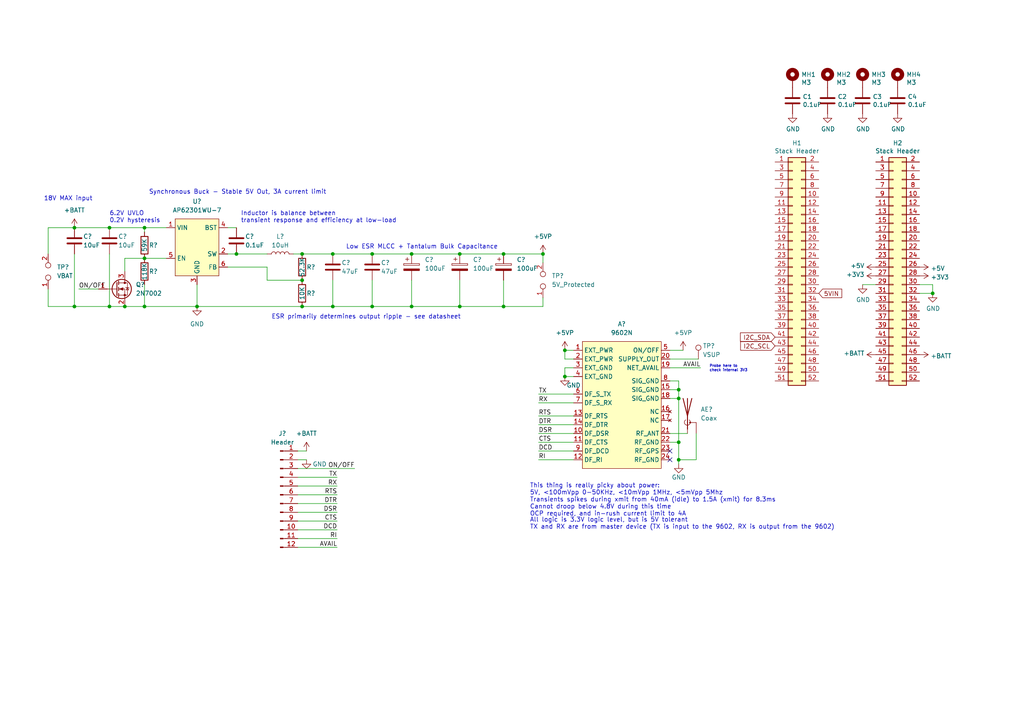
<source format=kicad_sch>
(kicad_sch (version 20211123) (generator eeschema)
  (paper "A4")
  (lib_symbols
    (symbol "9602N:9602N"
      (property "Reference" "A" (at 0 0 0))
      (property "Value" "9602N" (at 0 2.54 0))
      (symbol "9602N_0_1"
        (rectangle (start -11.43 -1.27) (end 11.43 -38.1) (fill (type background)))
      )
      (symbol "9602N_1_1"
        (pin input line (at -13.97 -3.81 0) (length 2.54) (name "EXT_PWR") (number "1"))
        (pin input line (at -13.97 -27.94 0) (length 2.54) (name "DF_DSR") (number "10"))
        (pin input line (at -13.97 -30.48 0) (length 2.54) (name "DF_CTS") (number "11"))
        (pin input line (at -13.97 -35.56 0) (length 2.54) (name "DF_RI") (number "12"))
        (pin input line (at -13.97 -22.86 0) (length 2.54) (name "DF_RTS") (number "13"))
        (pin input line (at -13.97 -25.4 0) (length 2.54) (name "DF_DTR") (number "14"))
        (pin input line (at 13.97 -15.24 180) (length 2.54) (name "SIG_GND") (number "15"))
        (pin no_connect line (at 13.97 -21.59 180) (length 2.54) (name "NC") (number "16"))
        (pin no_connect line (at 13.97 -24.13 180) (length 2.54) (name "NC") (number "17"))
        (pin input line (at 13.97 -17.78 180) (length 2.54) (name "SIG_GND") (number "18"))
        (pin input line (at 13.97 -8.89 180) (length 2.54) (name "NET_AVAIL") (number "19"))
        (pin input line (at -13.97 -6.35 0) (length 2.54) (name "EXT_PWR") (number "2"))
        (pin input line (at 13.97 -6.35 180) (length 2.54) (name "SUPPLY_OUT") (number "20"))
        (pin input line (at 13.97 -27.94 180) (length 2.54) (name "RF_ANT") (number "21"))
        (pin input line (at 13.97 -30.48 180) (length 2.54) (name "RF_GND") (number "22"))
        (pin input line (at 13.97 -33.02 180) (length 2.54) (name "RF_GPS") (number "23"))
        (pin input line (at 13.97 -35.56 180) (length 2.54) (name "RF_GND") (number "24"))
        (pin input line (at -13.97 -8.89 0) (length 2.54) (name "EXT_GND") (number "3"))
        (pin input line (at -13.97 -11.43 0) (length 2.54) (name "EXT_GND") (number "4"))
        (pin input line (at 13.97 -3.81 180) (length 2.54) (name "ON/OFF") (number "5"))
        (pin input line (at -13.97 -16.51 0) (length 2.54) (name "DF_S_TX") (number "6"))
        (pin input line (at -13.97 -19.05 0) (length 2.54) (name "DF_S_RX") (number "7"))
        (pin input line (at 13.97 -12.7 180) (length 2.54) (name "SIG_GND") (number "8"))
        (pin input line (at -13.97 -33.02 0) (length 2.54) (name "DF_DCD") (number "9"))
      )
    )
    (symbol "Connector:Conn_01x12_Male" (pin_names (offset 1.016) hide)
      (property "Reference" "J" (at 0 15.24 0))
      (property "Value" "Conn_01x12_Male" (at 0 -17.78 0))
      (symbol "Conn_01x12_Male_1_1"
        (polyline (pts (xy 1.27 -15.24) (xy 0.8636 -15.24)) (stroke (width 0.1524)))
        (polyline (pts (xy 1.27 -12.7) (xy 0.8636 -12.7)) (stroke (width 0.1524)))
        (polyline (pts (xy 1.27 -10.16) (xy 0.8636 -10.16)) (stroke (width 0.1524)))
        (polyline (pts (xy 1.27 -7.62) (xy 0.8636 -7.62)) (stroke (width 0.1524)))
        (polyline (pts (xy 1.27 -5.08) (xy 0.8636 -5.08)) (stroke (width 0.1524)))
        (polyline (pts (xy 1.27 -2.54) (xy 0.8636 -2.54)) (stroke (width 0.1524)))
        (polyline (pts (xy 1.27 0) (xy 0.8636 0)) (stroke (width 0.1524)))
        (polyline (pts (xy 1.27 2.54) (xy 0.8636 2.54)) (stroke (width 0.1524)))
        (polyline (pts (xy 1.27 5.08) (xy 0.8636 5.08)) (stroke (width 0.1524)))
        (polyline (pts (xy 1.27 7.62) (xy 0.8636 7.62)) (stroke (width 0.1524)))
        (polyline (pts (xy 1.27 10.16) (xy 0.8636 10.16)) (stroke (width 0.1524)))
        (polyline (pts (xy 1.27 12.7) (xy 0.8636 12.7)) (stroke (width 0.1524)))
        (rectangle (start 0.8636 -15.113) (end 0 -15.367) (stroke (width 0.1524)) (fill (type outline)))
        (rectangle (start 0.8636 -12.573) (end 0 -12.827) (stroke (width 0.1524)) (fill (type outline)))
        (rectangle (start 0.8636 -10.033) (end 0 -10.287) (stroke (width 0.1524)) (fill (type outline)))
        (rectangle (start 0.8636 -7.493) (end 0 -7.747) (stroke (width 0.1524)) (fill (type outline)))
        (rectangle (start 0.8636 -4.953) (end 0 -5.207) (stroke (width 0.1524)) (fill (type outline)))
        (rectangle (start 0.8636 -2.413) (end 0 -2.667) (stroke (width 0.1524)) (fill (type outline)))
        (rectangle (start 0.8636 0.127) (end 0 -0.127) (stroke (width 0.1524)) (fill (type outline)))
        (rectangle (start 0.8636 2.667) (end 0 2.413) (stroke (width 0.1524)) (fill (type outline)))
        (rectangle (start 0.8636 5.207) (end 0 4.953) (stroke (width 0.1524)) (fill (type outline)))
        (rectangle (start 0.8636 7.747) (end 0 7.493) (stroke (width 0.1524)) (fill (type outline)))
        (rectangle (start 0.8636 10.287) (end 0 10.033) (stroke (width 0.1524)) (fill (type outline)))
        (rectangle (start 0.8636 12.827) (end 0 12.573) (stroke (width 0.1524)) (fill (type outline)))
        (pin passive line (at 5.08 12.7 180) (length 3.81) (name "Pin_1") (number "1"))
        (pin passive line (at 5.08 -10.16 180) (length 3.81) (name "Pin_10") (number "10"))
        (pin passive line (at 5.08 -12.7 180) (length 3.81) (name "Pin_11") (number "11"))
        (pin passive line (at 5.08 -15.24 180) (length 3.81) (name "Pin_12") (number "12"))
        (pin passive line (at 5.08 10.16 180) (length 3.81) (name "Pin_2") (number "2"))
        (pin passive line (at 5.08 7.62 180) (length 3.81) (name "Pin_3") (number "3"))
        (pin passive line (at 5.08 5.08 180) (length 3.81) (name "Pin_4") (number "4"))
        (pin passive line (at 5.08 2.54 180) (length 3.81) (name "Pin_5") (number "5"))
        (pin passive line (at 5.08 0 180) (length 3.81) (name "Pin_6") (number "6"))
        (pin passive line (at 5.08 -2.54 180) (length 3.81) (name "Pin_7") (number "7"))
        (pin passive line (at 5.08 -5.08 180) (length 3.81) (name "Pin_8") (number "8"))
        (pin passive line (at 5.08 -7.62 180) (length 3.81) (name "Pin_9") (number "9"))
      )
    )
    (symbol "Connector:TestPoint" (pin_numbers hide) (pin_names (offset 0.762) hide)
      (property "Reference" "TP" (at 0 6.858 0))
      (property "Value" "TestPoint" (at 0 5.08 0))
      (symbol "TestPoint_0_1"
        (circle (center 0 3.302) (radius 0.762))
      )
      (symbol "TestPoint_1_1"
        (pin passive line (at 0 0 90) (length 2.54) (name "1") (number "1"))
      )
    )
    (symbol "Connector:TestPoint_2Pole" (pin_names (offset 0.762) hide)
      (property "Reference" "TP" (at 0 1.524 0))
      (property "Value" "TestPoint_2Pole" (at 0 -1.778 0))
      (symbol "TestPoint_2Pole_0_1"
        (circle (center -1.778 0) (radius 0.762))
        (circle (center 1.778 0) (radius 0.762))
        (pin passive line (at -5.08 0 0) (length 2.54) (name "1") (number "1"))
        (pin passive line (at 5.08 0 180) (length 2.54) (name "2") (number "2"))
      )
    )
    (symbol "Connector_Generic:Conn_02x26_Odd_Even" (pin_names (offset 1.016) hide)
      (property "Reference" "J" (at 1.27 33.02 0))
      (property "Value" "Conn_02x26_Odd_Even" (at 1.27 -35.56 0))
      (symbol "Conn_02x26_Odd_Even_1_1"
        (rectangle (start -1.27 -32.893) (end 0 -33.147) (stroke (width 0.1524)))
        (rectangle (start -1.27 -30.353) (end 0 -30.607) (stroke (width 0.1524)))
        (rectangle (start -1.27 -27.813) (end 0 -28.067) (stroke (width 0.1524)))
        (rectangle (start -1.27 -25.273) (end 0 -25.527) (stroke (width 0.1524)))
        (rectangle (start -1.27 -22.733) (end 0 -22.987) (stroke (width 0.1524)))
        (rectangle (start -1.27 -20.193) (end 0 -20.447) (stroke (width 0.1524)))
        (rectangle (start -1.27 -17.653) (end 0 -17.907) (stroke (width 0.1524)))
        (rectangle (start -1.27 -15.113) (end 0 -15.367) (stroke (width 0.1524)))
        (rectangle (start -1.27 -12.573) (end 0 -12.827) (stroke (width 0.1524)))
        (rectangle (start -1.27 -10.033) (end 0 -10.287) (stroke (width 0.1524)))
        (rectangle (start -1.27 -7.493) (end 0 -7.747) (stroke (width 0.1524)))
        (rectangle (start -1.27 -4.953) (end 0 -5.207) (stroke (width 0.1524)))
        (rectangle (start -1.27 -2.413) (end 0 -2.667) (stroke (width 0.1524)))
        (rectangle (start -1.27 0.127) (end 0 -0.127) (stroke (width 0.1524)))
        (rectangle (start -1.27 2.667) (end 0 2.413) (stroke (width 0.1524)))
        (rectangle (start -1.27 5.207) (end 0 4.953) (stroke (width 0.1524)))
        (rectangle (start -1.27 7.747) (end 0 7.493) (stroke (width 0.1524)))
        (rectangle (start -1.27 10.287) (end 0 10.033) (stroke (width 0.1524)))
        (rectangle (start -1.27 12.827) (end 0 12.573) (stroke (width 0.1524)))
        (rectangle (start -1.27 15.367) (end 0 15.113) (stroke (width 0.1524)))
        (rectangle (start -1.27 17.907) (end 0 17.653) (stroke (width 0.1524)))
        (rectangle (start -1.27 20.447) (end 0 20.193) (stroke (width 0.1524)))
        (rectangle (start -1.27 22.987) (end 0 22.733) (stroke (width 0.1524)))
        (rectangle (start -1.27 25.527) (end 0 25.273) (stroke (width 0.1524)))
        (rectangle (start -1.27 28.067) (end 0 27.813) (stroke (width 0.1524)))
        (rectangle (start -1.27 30.607) (end 0 30.353) (stroke (width 0.1524)))
        (rectangle (start -1.27 31.75) (end 3.81 -34.29) (stroke (width 0.254)) (fill (type background)))
        (rectangle (start 3.81 -32.893) (end 2.54 -33.147) (stroke (width 0.1524)))
        (rectangle (start 3.81 -30.353) (end 2.54 -30.607) (stroke (width 0.1524)))
        (rectangle (start 3.81 -27.813) (end 2.54 -28.067) (stroke (width 0.1524)))
        (rectangle (start 3.81 -25.273) (end 2.54 -25.527) (stroke (width 0.1524)))
        (rectangle (start 3.81 -22.733) (end 2.54 -22.987) (stroke (width 0.1524)))
        (rectangle (start 3.81 -20.193) (end 2.54 -20.447) (stroke (width 0.1524)))
        (rectangle (start 3.81 -17.653) (end 2.54 -17.907) (stroke (width 0.1524)))
        (rectangle (start 3.81 -15.113) (end 2.54 -15.367) (stroke (width 0.1524)))
        (rectangle (start 3.81 -12.573) (end 2.54 -12.827) (stroke (width 0.1524)))
        (rectangle (start 3.81 -10.033) (end 2.54 -10.287) (stroke (width 0.1524)))
        (rectangle (start 3.81 -7.493) (end 2.54 -7.747) (stroke (width 0.1524)))
        (rectangle (start 3.81 -4.953) (end 2.54 -5.207) (stroke (width 0.1524)))
        (rectangle (start 3.81 -2.413) (end 2.54 -2.667) (stroke (width 0.1524)))
        (rectangle (start 3.81 0.127) (end 2.54 -0.127) (stroke (width 0.1524)))
        (rectangle (start 3.81 2.667) (end 2.54 2.413) (stroke (width 0.1524)))
        (rectangle (start 3.81 5.207) (end 2.54 4.953) (stroke (width 0.1524)))
        (rectangle (start 3.81 7.747) (end 2.54 7.493) (stroke (width 0.1524)))
        (rectangle (start 3.81 10.287) (end 2.54 10.033) (stroke (width 0.1524)))
        (rectangle (start 3.81 12.827) (end 2.54 12.573) (stroke (width 0.1524)))
        (rectangle (start 3.81 15.367) (end 2.54 15.113) (stroke (width 0.1524)))
        (rectangle (start 3.81 17.907) (end 2.54 17.653) (stroke (width 0.1524)))
        (rectangle (start 3.81 20.447) (end 2.54 20.193) (stroke (width 0.1524)))
        (rectangle (start 3.81 22.987) (end 2.54 22.733) (stroke (width 0.1524)))
        (rectangle (start 3.81 25.527) (end 2.54 25.273) (stroke (width 0.1524)))
        (rectangle (start 3.81 28.067) (end 2.54 27.813) (stroke (width 0.1524)))
        (rectangle (start 3.81 30.607) (end 2.54 30.353) (stroke (width 0.1524)))
        (pin passive line (at -5.08 30.48 0) (length 3.81) (name "Pin_1") (number "1"))
        (pin passive line (at 7.62 20.32 180) (length 3.81) (name "Pin_10") (number "10"))
        (pin passive line (at -5.08 17.78 0) (length 3.81) (name "Pin_11") (number "11"))
        (pin passive line (at 7.62 17.78 180) (length 3.81) (name "Pin_12") (number "12"))
        (pin passive line (at -5.08 15.24 0) (length 3.81) (name "Pin_13") (number "13"))
        (pin passive line (at 7.62 15.24 180) (length 3.81) (name "Pin_14") (number "14"))
        (pin passive line (at -5.08 12.7 0) (length 3.81) (name "Pin_15") (number "15"))
        (pin passive line (at 7.62 12.7 180) (length 3.81) (name "Pin_16") (number "16"))
        (pin passive line (at -5.08 10.16 0) (length 3.81) (name "Pin_17") (number "17"))
        (pin passive line (at 7.62 10.16 180) (length 3.81) (name "Pin_18") (number "18"))
        (pin passive line (at -5.08 7.62 0) (length 3.81) (name "Pin_19") (number "19"))
        (pin passive line (at 7.62 30.48 180) (length 3.81) (name "Pin_2") (number "2"))
        (pin passive line (at 7.62 7.62 180) (length 3.81) (name "Pin_20") (number "20"))
        (pin passive line (at -5.08 5.08 0) (length 3.81) (name "Pin_21") (number "21"))
        (pin passive line (at 7.62 5.08 180) (length 3.81) (name "Pin_22") (number "22"))
        (pin passive line (at -5.08 2.54 0) (length 3.81) (name "Pin_23") (number "23"))
        (pin passive line (at 7.62 2.54 180) (length 3.81) (name "Pin_24") (number "24"))
        (pin passive line (at -5.08 0 0) (length 3.81) (name "Pin_25") (number "25"))
        (pin passive line (at 7.62 0 180) (length 3.81) (name "Pin_26") (number "26"))
        (pin passive line (at -5.08 -2.54 0) (length 3.81) (name "Pin_27") (number "27"))
        (pin passive line (at 7.62 -2.54 180) (length 3.81) (name "Pin_28") (number "28"))
        (pin passive line (at -5.08 -5.08 0) (length 3.81) (name "Pin_29") (number "29"))
        (pin passive line (at -5.08 27.94 0) (length 3.81) (name "Pin_3") (number "3"))
        (pin passive line (at 7.62 -5.08 180) (length 3.81) (name "Pin_30") (number "30"))
        (pin passive line (at -5.08 -7.62 0) (length 3.81) (name "Pin_31") (number "31"))
        (pin passive line (at 7.62 -7.62 180) (length 3.81) (name "Pin_32") (number "32"))
        (pin passive line (at -5.08 -10.16 0) (length 3.81) (name "Pin_33") (number "33"))
        (pin passive line (at 7.62 -10.16 180) (length 3.81) (name "Pin_34") (number "34"))
        (pin passive line (at -5.08 -12.7 0) (length 3.81) (name "Pin_35") (number "35"))
        (pin passive line (at 7.62 -12.7 180) (length 3.81) (name "Pin_36") (number "36"))
        (pin passive line (at -5.08 -15.24 0) (length 3.81) (name "Pin_37") (number "37"))
        (pin passive line (at 7.62 -15.24 180) (length 3.81) (name "Pin_38") (number "38"))
        (pin passive line (at -5.08 -17.78 0) (length 3.81) (name "Pin_39") (number "39"))
        (pin passive line (at 7.62 27.94 180) (length 3.81) (name "Pin_4") (number "4"))
        (pin passive line (at 7.62 -17.78 180) (length 3.81) (name "Pin_40") (number "40"))
        (pin passive line (at -5.08 -20.32 0) (length 3.81) (name "Pin_41") (number "41"))
        (pin passive line (at 7.62 -20.32 180) (length 3.81) (name "Pin_42") (number "42"))
        (pin passive line (at -5.08 -22.86 0) (length 3.81) (name "Pin_43") (number "43"))
        (pin passive line (at 7.62 -22.86 180) (length 3.81) (name "Pin_44") (number "44"))
        (pin passive line (at -5.08 -25.4 0) (length 3.81) (name "Pin_45") (number "45"))
        (pin passive line (at 7.62 -25.4 180) (length 3.81) (name "Pin_46") (number "46"))
        (pin passive line (at -5.08 -27.94 0) (length 3.81) (name "Pin_47") (number "47"))
        (pin passive line (at 7.62 -27.94 180) (length 3.81) (name "Pin_48") (number "48"))
        (pin passive line (at -5.08 -30.48 0) (length 3.81) (name "Pin_49") (number "49"))
        (pin passive line (at -5.08 25.4 0) (length 3.81) (name "Pin_5") (number "5"))
        (pin passive line (at 7.62 -30.48 180) (length 3.81) (name "Pin_50") (number "50"))
        (pin passive line (at -5.08 -33.02 0) (length 3.81) (name "Pin_51") (number "51"))
        (pin passive line (at 7.62 -33.02 180) (length 3.81) (name "Pin_52") (number "52"))
        (pin passive line (at 7.62 25.4 180) (length 3.81) (name "Pin_6") (number "6"))
        (pin passive line (at -5.08 22.86 0) (length 3.81) (name "Pin_7") (number "7"))
        (pin passive line (at 7.62 22.86 180) (length 3.81) (name "Pin_8") (number "8"))
        (pin passive line (at -5.08 20.32 0) (length 3.81) (name "Pin_9") (number "9"))
      )
    )
    (symbol "Device:Antenna_Shield" (pin_numbers hide) (pin_names (offset 1.016) hide)
      (property "Reference" "AE" (at -1.905 4.445 0))
      (property "Value" "Antenna_Shield" (at -1.905 2.54 0))
      (symbol "Antenna_Shield_0_1"
        (arc (start -0.508 -1.143) (mid -0.8485 -2.1032) (end 0 -2.667))
        (arc (start 0 -2.667) (mid 0.8047 -2.0885) (end 0.508 -1.143))
        (polyline (pts (xy 0 -2.54) (xy 0 0)))
        (polyline (pts (xy 0 5.08) (xy 0 -3.81)) (stroke (width 0.254)))
        (polyline (pts (xy 0.762 -1.905) (xy 2.54 -1.905)))
        (polyline (pts (xy 2.54 -2.54) (xy 2.54 -1.905)))
        (polyline (pts (xy 1.27 5.08) (xy 0 0) (xy -1.27 5.08)) (stroke (width 0.254)))
        (circle (center 0.762 -1.905) (radius 0.1778) (fill (type outline)))
      )
      (symbol "Antenna_Shield_1_1"
        (pin input line (at 0 -5.08 90) (length 2.54) (name "A") (number "1"))
        (pin input line (at 2.54 -5.08 90) (length 2.54) (name "Shield") (number "2"))
      )
    )
    (symbol "Device:C" (pin_numbers hide) (pin_names (offset 0.254))
      (property "Reference" "C" (at 0.635 2.54 0))
      (property "Value" "C" (at 0.635 -2.54 0))
      (symbol "C_0_1"
        (polyline (pts (xy -2.032 -0.762) (xy 2.032 -0.762)) (stroke (width 0.508)))
        (polyline (pts (xy -2.032 0.762) (xy 2.032 0.762)) (stroke (width 0.508)))
      )
      (symbol "C_1_1"
        (pin passive line (at 0 3.81 270) (length 2.794) (name "~") (number "1"))
        (pin passive line (at 0 -3.81 90) (length 2.794) (name "~") (number "2"))
      )
    )
    (symbol "Device:C_Polarized" (pin_numbers hide) (pin_names (offset 0.254))
      (property "Reference" "C" (at 0.635 2.54 0))
      (property "Value" "C_Polarized" (at 0.635 -2.54 0))
      (symbol "C_Polarized_0_1"
        (rectangle (start -2.286 0.508) (end 2.286 1.016))
        (polyline (pts (xy -1.778 2.286) (xy -0.762 2.286)))
        (polyline (pts (xy -1.27 2.794) (xy -1.27 1.778)))
        (rectangle (start 2.286 -0.508) (end -2.286 -1.016) (fill (type outline)))
      )
      (symbol "C_Polarized_1_1"
        (pin passive line (at 0 3.81 270) (length 2.794) (name "~") (number "1"))
        (pin passive line (at 0 -3.81 90) (length 2.794) (name "~") (number "2"))
      )
    )
    (symbol "Device:L" (pin_numbers hide) (pin_names (offset 1.016) hide)
      (property "Reference" "L" (at -1.27 0 90))
      (property "Value" "L" (at 1.905 0 90))
      (symbol "L_0_1"
        (arc (start 0 -2.54) (mid 0.635 -1.905) (end 0 -1.27))
        (arc (start 0 -1.27) (mid 0.635 -0.635) (end 0 0))
        (arc (start 0 0) (mid 0.635 0.635) (end 0 1.27))
        (arc (start 0 1.27) (mid 0.635 1.905) (end 0 2.54))
      )
      (symbol "L_1_1"
        (pin passive line (at 0 3.81 270) (length 1.27) (name "1") (number "1"))
        (pin passive line (at 0 -3.81 90) (length 1.27) (name "2") (number "2"))
      )
    )
    (symbol "Device:R" (pin_numbers hide) (pin_names (offset 0))
      (property "Reference" "R" (at 2.032 0 90))
      (property "Value" "R" (at 0 0 90))
      (symbol "R_0_1"
        (rectangle (start -1.016 -2.54) (end 1.016 2.54) (stroke (width 0.254)))
      )
      (symbol "R_1_1"
        (pin passive line (at 0 3.81 270) (length 1.27) (name "~") (number "1"))
        (pin passive line (at 0 -3.81 90) (length 1.27) (name "~") (number "2"))
      )
    )
    (symbol "Mechanical:MountingHole_Pad" (pin_numbers hide) (pin_names (offset 1.016) hide)
      (property "Reference" "H" (at 0 6.35 0))
      (property "Value" "MountingHole_Pad" (at 0 4.445 0))
      (symbol "MountingHole_Pad_0_1"
        (circle (center 0 1.27) (radius 1.27) (stroke (width 1.27)))
      )
      (symbol "MountingHole_Pad_1_1"
        (pin input line (at 0 -2.54 90) (length 2.54) (name "1") (number "1"))
      )
    )
    (symbol "Symbols:AP62301WU-7"
      (property "Reference" "U" (at 0 1.27 0))
      (property "Value" "AP62301WU-7" (at 0 3.81 0))
      (symbol "AP62301WU-7_0_1"
        (rectangle (start -6.35 -1.27) (end 6.35 -17.78) (fill (type background)))
      )
      (symbol "AP62301WU-7_1_1"
        (pin input line (at -8.89 -3.81 0) (length 2.54) (name "VIN") (number "1"))
        (pin input line (at 8.89 -11.43 180) (length 2.54) (name "SW") (number "2"))
        (pin input line (at 0 -20.32 90) (length 2.54) (name "GND") (number "3"))
        (pin input line (at 8.89 -3.81 180) (length 2.54) (name "BST") (number "4"))
        (pin input line (at -8.89 -12.7 0) (length 2.54) (name "EN") (number "5"))
        (pin input line (at 8.89 -15.24 180) (length 2.54) (name "FB") (number "6"))
      )
    )
    (symbol "Transistor_FET:2N7002" (pin_names hide)
      (property "Reference" "Q" (at 5.08 1.905 0))
      (property "Value" "2N7002" (at 5.08 0 0))
      (symbol "2N7002_0_1"
        (polyline (pts (xy 0.254 0) (xy -2.54 0)))
        (polyline (pts (xy 0.254 1.905) (xy 0.254 -1.905)) (stroke (width 0.254)))
        (polyline (pts (xy 0.762 -1.27) (xy 0.762 -2.286)) (stroke (width 0.254)))
        (polyline (pts (xy 0.762 0.508) (xy 0.762 -0.508)) (stroke (width 0.254)))
        (polyline (pts (xy 0.762 2.286) (xy 0.762 1.27)) (stroke (width 0.254)))
        (polyline (pts (xy 2.54 2.54) (xy 2.54 1.778)))
        (polyline (pts (xy 2.54 -2.54) (xy 2.54 0) (xy 0.762 0)))
        (polyline (pts (xy 0.762 -1.778) (xy 3.302 -1.778) (xy 3.302 1.778) (xy 0.762 1.778)))
        (polyline (pts (xy 1.016 0) (xy 2.032 0.381) (xy 2.032 -0.381) (xy 1.016 0)) (fill (type outline)))
        (polyline (pts (xy 2.794 0.508) (xy 2.921 0.381) (xy 3.683 0.381) (xy 3.81 0.254)))
        (polyline (pts (xy 3.302 0.381) (xy 2.921 -0.254) (xy 3.683 -0.254) (xy 3.302 0.381)))
        (circle (center 1.651 0) (radius 2.794) (stroke (width 0.254)))
        (circle (center 2.54 -1.778) (radius 0.254) (fill (type outline)))
        (circle (center 2.54 1.778) (radius 0.254) (fill (type outline)))
      )
      (symbol "2N7002_1_1"
        (pin input line (at -5.08 0 0) (length 2.54) (name "G") (number "1"))
        (pin passive line (at 2.54 -5.08 90) (length 2.54) (name "S") (number "2"))
        (pin passive line (at 2.54 5.08 270) (length 2.54) (name "D") (number "3"))
      )
    )
    (symbol "power:+3V3" (power) (pin_names (offset 0))
      (property "Value" "+3V3" (at 0 3.556 0))
      (symbol "+3V3_0_1"
        (polyline (pts (xy -0.762 1.27) (xy 0 2.54)))
        (polyline (pts (xy 0 0) (xy 0 2.54)))
        (polyline (pts (xy 0 2.54) (xy 0.762 1.27)))
      )
      (symbol "+3V3_1_1"
        (pin power_in line (at 0 0 90) (length 0) hide (name "+3V3") (number "1"))
      )
    )
    (symbol "power:+5V" (power) (pin_names (offset 0))
      (property "Value" "+5V" (at 0 3.556 0))
      (symbol "+5V_0_1"
        (polyline (pts (xy -0.762 1.27) (xy 0 2.54)))
        (polyline (pts (xy 0 0) (xy 0 2.54)))
        (polyline (pts (xy 0 2.54) (xy 0.762 1.27)))
      )
      (symbol "+5V_1_1"
        (pin power_in line (at 0 0 90) (length 0) hide (name "+5V") (number "1"))
      )
    )
    (symbol "power:+5VP" (power) (pin_names (offset 0))
      (property "Value" "+5VP" (at 0 3.556 0))
      (symbol "+5VP_0_1"
        (polyline (pts (xy -0.762 1.27) (xy 0 2.54)))
        (polyline (pts (xy 0 0) (xy 0 2.54)))
        (polyline (pts (xy 0 2.54) (xy 0.762 1.27)))
      )
      (symbol "+5VP_1_1"
        (pin power_in line (at 0 0 90) (length 0) hide (name "+5VP") (number "1"))
      )
    )
    (symbol "power:+BATT" (power) (pin_names (offset 0))
      (property "Value" "+BATT" (at 0 3.556 0))
      (symbol "+BATT_0_1"
        (polyline (pts (xy -0.762 1.27) (xy 0 2.54)))
        (polyline (pts (xy 0 0) (xy 0 2.54)))
        (polyline (pts (xy 0 2.54) (xy 0.762 1.27)))
      )
      (symbol "+BATT_1_1"
        (pin power_in line (at 0 0 90) (length 0) hide (name "+BATT") (number "1"))
      )
    )
    (symbol "power:GND" (power) (pin_names (offset 0))
      (property "Value" "GND" (at 0 -3.81 0))
      (symbol "GND_0_1"
        (polyline (pts (xy 0 0) (xy 0 -1.27) (xy 1.27 -1.27) (xy 0 -2.54) (xy -1.27 -1.27) (xy 0 -1.27)))
      )
      (symbol "GND_1_1"
        (pin power_in line (at 0 0 270) (length 0) hide (name "GND") (number "1"))
      )
    )
  )
  (junction (at 133.35 88.9))
  (junction (at 270.51 85.09))
  (junction (at 87.63 73.66))
  (junction (at 87.63 81.28))
  (junction (at 21.59 66.04))
  (junction (at 163.83 101.6))
  (junction (at 41.91 66.04))
  (junction (at 107.95 73.66))
  (junction (at 146.05 88.9))
  (junction (at 87.63 88.9))
  (junction (at 119.38 73.66))
  (junction (at 196.85 133.35))
  (junction (at 196.85 115.57))
  (junction (at 31.75 66.04))
  (junction (at 107.95 88.9))
  (junction (at 146.05 73.66))
  (junction (at 119.38 88.9))
  (junction (at 163.83 109.22))
  (junction (at 96.52 88.9))
  (junction (at 68.58 73.66))
  (junction (at 31.75 88.9))
  (junction (at 196.85 113.03))
  (junction (at 36.195 88.9))
  (junction (at 41.91 88.9))
  (junction (at 41.91 74.93))
  (junction (at 57.15 88.9))
  (junction (at 96.52 73.66))
  (junction (at 196.85 128.27))
  (junction (at 21.59 88.9))
  (junction (at 157.48 73.66))
  (junction (at 133.35 73.66))
  (no_connect (at 194.31 133.35))
  (no_connect (at 194.31 130.81))
  (wire (pts (xy 107.95 73.66) (xy 119.38 73.66)))
  (wire (pts (xy 77.47 81.28) (xy 77.47 77.47)))
  (wire (pts (xy 41.91 66.04) (xy 41.91 67.31)))
  (wire (pts (xy 86.36 135.89) (xy 102.87 135.89)))
  (wire (pts (xy 86.36 158.75) (xy 97.79 158.75)))
  (wire (pts (xy 107.95 88.9) (xy 119.38 88.9)))
  (wire (pts (xy 41.91 88.9) (xy 41.91 82.55)))
  (wire (pts (xy 156.21 128.27) (xy 166.37 128.27)))
  (wire (pts (xy 41.91 74.93) (xy 48.26 74.93)))
  (wire (pts (xy 13.97 83.82) (xy 13.97 88.9)))
  (wire (pts (xy 57.15 88.9) (xy 57.15 82.55)))
  (wire (pts (xy 146.05 88.9) (xy 146.05 81.28)))
  (wire (pts (xy 86.36 133.35) (xy 88.9 133.35)))
  (wire (pts (xy 87.63 73.66) (xy 96.52 73.66)))
  (wire (pts (xy 196.85 133.35) (xy 196.85 134.62)))
  (wire (pts (xy 96.52 88.9) (xy 107.95 88.9)))
  (wire (pts (xy 194.31 110.49) (xy 196.85 110.49)))
  (wire (pts (xy 156.21 130.81) (xy 166.37 130.81)))
  (wire (pts (xy 157.48 76.2) (xy 157.48 73.66)))
  (wire (pts (xy 21.59 73.66) (xy 21.59 88.9)))
  (wire (pts (xy 250.19 82.55) (xy 254 82.55)))
  (wire (pts (xy 13.97 66.04) (xy 13.97 73.66)))
  (wire (pts (xy 31.75 66.04) (xy 41.91 66.04)))
  (wire (pts (xy 201.93 133.35) (xy 196.85 133.35)))
  (wire (pts (xy 196.85 110.49) (xy 196.85 113.03)))
  (wire (pts (xy 163.83 104.14) (xy 166.37 104.14)))
  (wire (pts (xy 57.15 88.9) (xy 41.91 88.9)))
  (wire (pts (xy 86.36 156.21) (xy 97.79 156.21)))
  (wire (pts (xy 86.36 140.97) (xy 97.79 140.97)))
  (wire (pts (xy 31.75 88.9) (xy 36.195 88.9)))
  (wire (pts (xy 87.63 88.9) (xy 57.15 88.9)))
  (wire (pts (xy 86.36 143.51) (xy 97.79 143.51)))
  (wire (pts (xy 146.05 88.9) (xy 157.48 88.9)))
  (wire (pts (xy 119.38 88.9) (xy 133.35 88.9)))
  (wire (pts (xy 196.85 113.03) (xy 196.85 115.57)))
  (wire (pts (xy 163.83 101.6) (xy 166.37 101.6)))
  (wire (pts (xy 133.35 73.66) (xy 146.05 73.66)))
  (wire (pts (xy 68.58 73.66) (xy 77.47 73.66)))
  (wire (pts (xy 270.51 85.09) (xy 266.7 85.09)))
  (wire (pts (xy 133.35 88.9) (xy 133.35 81.28)))
  (wire (pts (xy 87.63 81.28) (xy 77.47 81.28)))
  (wire (pts (xy 270.51 82.55) (xy 270.51 85.09)))
  (wire (pts (xy 96.52 73.66) (xy 107.95 73.66)))
  (wire (pts (xy 66.04 73.66) (xy 68.58 73.66)))
  (wire (pts (xy 96.52 81.28) (xy 96.52 88.9)))
  (wire (pts (xy 86.36 130.81) (xy 88.9 130.81)))
  (wire (pts (xy 157.48 88.9) (xy 157.48 86.36)))
  (wire (pts (xy 41.91 74.93) (xy 36.195 74.93)))
  (wire (pts (xy 166.37 106.68) (xy 163.83 106.68)))
  (wire (pts (xy 196.85 115.57) (xy 196.85 128.27)))
  (wire (pts (xy 87.63 88.9) (xy 96.52 88.9)))
  (wire (pts (xy 194.31 104.14) (xy 202.565 104.14)))
  (wire (pts (xy 194.31 106.68) (xy 203.2 106.68)))
  (wire (pts (xy 194.31 128.27) (xy 196.85 128.27)))
  (wire (pts (xy 133.35 88.9) (xy 146.05 88.9)))
  (wire (pts (xy 194.31 113.03) (xy 196.85 113.03)))
  (wire (pts (xy 21.59 88.9) (xy 31.75 88.9)))
  (wire (pts (xy 156.21 114.3) (xy 166.37 114.3)))
  (wire (pts (xy 194.31 101.6) (xy 198.12 101.6)))
  (wire (pts (xy 196.85 128.27) (xy 196.85 133.35)))
  (wire (pts (xy 86.36 148.59) (xy 97.79 148.59)))
  (wire (pts (xy 13.97 88.9) (xy 21.59 88.9)))
  (wire (pts (xy 266.7 82.55) (xy 270.51 82.55)))
  (wire (pts (xy 156.21 125.73) (xy 166.37 125.73)))
  (wire (pts (xy 163.83 101.6) (xy 163.83 104.14)))
  (wire (pts (xy 21.59 66.04) (xy 13.97 66.04)))
  (wire (pts (xy 66.04 66.04) (xy 68.58 66.04)))
  (wire (pts (xy 119.38 88.9) (xy 119.38 81.28)))
  (wire (pts (xy 77.47 77.47) (xy 66.04 77.47)))
  (wire (pts (xy 86.36 146.05) (xy 97.79 146.05)))
  (wire (pts (xy 163.83 106.68) (xy 163.83 109.22)))
  (wire (pts (xy 156.21 120.65) (xy 166.37 120.65)))
  (wire (pts (xy 196.85 115.57) (xy 194.31 115.57)))
  (wire (pts (xy 36.195 88.9) (xy 41.91 88.9)))
  (wire (pts (xy 86.36 151.13) (xy 97.79 151.13)))
  (wire (pts (xy 163.83 109.22) (xy 166.37 109.22)))
  (wire (pts (xy 156.21 116.84) (xy 166.37 116.84)))
  (wire (pts (xy 31.75 73.66) (xy 31.75 88.9)))
  (wire (pts (xy 156.21 123.19) (xy 166.37 123.19)))
  (wire (pts (xy 194.31 125.73) (xy 199.39 125.73)))
  (wire (pts (xy 22.86 83.82) (xy 28.575 83.82)))
  (wire (pts (xy 107.95 88.9) (xy 107.95 81.28)))
  (wire (pts (xy 86.36 138.43) (xy 97.79 138.43)))
  (wire (pts (xy 85.09 73.66) (xy 87.63 73.66)))
  (wire (pts (xy 21.59 66.04) (xy 31.75 66.04)))
  (wire (pts (xy 48.26 66.04) (xy 41.91 66.04)))
  (wire (pts (xy 86.36 153.67) (xy 97.79 153.67)))
  (wire (pts (xy 201.93 125.73) (xy 201.93 133.35)))
  (wire (pts (xy 36.195 74.93) (xy 36.195 78.74)))
  (wire (pts (xy 146.05 73.66) (xy 157.48 73.66)))
  (wire (pts (xy 156.21 133.35) (xy 166.37 133.35)))
  (wire (pts (xy 119.38 73.66) (xy 133.35 73.66)))
  (text "All logic is 3.3V logic level, but is 5V tolerant\nTX and RX are from master device (TX is input to the 9602, RX is output from the 9602)\n" (at 153.67 153.67 0) (effects (font (size 1.27 1.27)) (justify left bottom)))
  (text "Probe here to \ncheck internal 3V3" (at 205.74 107.95 0) (effects (font (size 0.762 0.762)) (justify left bottom)))
  (text "6.2V UVLO\n0.2V hysteresis\n" (at 31.75 64.77 0) (effects (font (size 1.27 1.27)) (justify left bottom)))
  (text "ESR primarily determines output ripple - see datasheet" (at 78.74 92.71 0) (effects (font (size 1.27 1.27)) (justify left bottom)))
  (text "18V MAX input" (at 12.7 58.42 0) (effects (font (size 1.27 1.27)) (justify left bottom)))
  (text "Inductor is balance between \ntransient response and efficiency at low-load" (at 69.85 64.77 0) (effects (font (size 1.27 1.27)) (justify left bottom)))
  (text "Low ESR MLCC + Tantalum Bulk Capacitance" (at 100.33 72.39 0) (effects (font (size 1.27 1.27)) (justify left bottom)))
  (text "Synchronous Buck - Stable 5V Out, 3A current limit" (at 43.18 56.515 0) (effects (font (size 1.27 1.27)) (justify left bottom)))
  (text "This thing is really picky about power:\n5V, <100mVpp 0-50KHz, <10mVpp 1MHz, <5mVpp 5Mhz\nTransients spikes during xmit from 40mA (idle) to 1.5A (xmit) for 8.3ms\nCannot droop below 4.8V during this time\nOCP required, and in-rush current limit to 4A" (at 153.67 149.86 0) (effects (font (size 1.27 1.27)) (justify left bottom)))
  (label "RX" (at 156.21 116.84 0))
  (label "RI" (at 97.79 156.21 180))
  (label "RTS" (at 97.79 143.51 180))
  (label "ON{slash}OFF" (at 22.86 83.82 0))
  (label "RI" (at 156.21 133.35 0))
  (label "DSR" (at 156.21 125.73 0))
  (label "DTR" (at 97.79 146.05 180))
  (label "TX" (at 97.79 138.43 180))
  (label "DTR" (at 156.21 123.19 0))
  (label "RTS" (at 156.21 120.65 0))
  (label "RX" (at 97.79 140.97 180))
  (label "CTS" (at 97.79 151.13 180))
  (label "ON{slash}OFF" (at 102.87 135.89 180))
  (label "DSR" (at 97.79 148.59 180))
  (label "AVAIL" (at 97.79 158.75 180))
  (label "TX" (at 156.21 114.3 0))
  (label "AVAIL" (at 203.2 106.68 180))
  (label "CTS" (at 156.21 128.27 0))
  (label "DCD" (at 156.21 130.81 0))
  (label "DCD" (at 97.79 153.67 180))
  (global_label "5VIN" (shape input) (at 237.49 85.09 0) (property "Intersheet References" "${INTERSHEET_REFS}" (effects hide)))
  (global_label "I2C_SCL" (shape input) (at 224.79 100.33 180) (property "Intersheet References" "${INTERSHEET_REFS}" (effects hide)))
  (global_label "I2C_SDA" (shape input) (at 224.79 97.79 180) (property "Intersheet References" "${INTERSHEET_REFS}" (effects hide)))
  (symbol (lib_id "Connector_Generic:Conn_02x26_Odd_Even") (at 229.87 77.47 0) (unit 1)
    (property "Reference" "H1" (at 231.14 41.4782 0))
    (property "Value" "Stack Header" (at 231.14 43.7896 0))
    (property "Footprint" "Connector_PinHeader_2.54mm:PinHeader_2x26_P2.54mm_Vertical" (effects hide))
  )
  (symbol (lib_id "Connector_Generic:Conn_02x26_Odd_Even") (at 259.08 77.47 0) (unit 1)
    (property "Reference" "H2" (at 260.35 41.4782 0))
    (property "Value" "Stack Header" (at 260.35 43.7896 0))
    (property "Footprint" "Connector_PinHeader_2.54mm:PinHeader_2x26_P2.54mm_Vertical" (effects hide))
  )
  (symbol (lib_id "power:+5V") (at 254 77.47 90) (unit 1)
    (property "Reference" "#PWR0101" (effects hide))
    (property "Value" "+5V" (at 250.7488 77.089 90) (effects (justify left)))
  )
  (symbol (lib_id "power:+3V3") (at 254 80.01 90) (unit 1)
    (property "Reference" "#PWR0102" (effects hide))
    (property "Value" "+3V3" (at 250.7488 79.629 90) (effects (justify left)))
  )
  (symbol (lib_id "power:GND") (at 250.19 82.55 0) (unit 1)
    (property "Reference" "#PWR0103" (effects hide))
    (property "Value" "GND" (at 250.317 86.9442 0))
  )
  (symbol (lib_id "power:GND") (at 270.51 85.09 0) (unit 1)
    (property "Reference" "#PWR0104" (effects hide))
    (property "Value" "GND" (at 270.637 89.4842 0))
  )
  (symbol (lib_id "power:+BATT") (at 254 102.87 90) (unit 1)
    (property "Reference" "#PWR0105" (effects hide))
    (property "Value" "+BATT" (at 250.7742 102.489 90) (effects (justify left)))
  )
  (symbol (lib_id "power:+BATT") (at 266.7 102.87 270) (unit 1)
    (property "Reference" "#PWR0106" (effects hide))
    (property "Value" "+BATT" (at 269.9258 103.251 90) (effects (justify left)))
  )
  (symbol (lib_id "power:+5V") (at 266.7 77.47 270) (unit 1)
    (property "Reference" "#PWR0107" (effects hide))
    (property "Value" "+5V" (at 269.9512 77.851 90) (effects (justify left)))
  )
  (symbol (lib_id "power:+3V3") (at 266.7 80.01 270) (unit 1)
    (property "Reference" "#PWR0108" (effects hide))
    (property "Value" "+3V3" (at 269.9512 80.391 90) (effects (justify left)))
  )
  (symbol (lib_id "Mechanical:MountingHole_Pad") (at 240.03 22.86 0) (unit 1)
    (property "Reference" "MH2" (at 242.57 21.6154 0) (effects (justify left)))
    (property "Value" "M3" (at 242.57 23.9268 0) (effects (justify left)))
    (property "Footprint" "MountingHole:MountingHole_3.2mm_M3_Pad" (effects hide))
  )
  (symbol (lib_id "Mechanical:MountingHole_Pad") (at 260.35 22.86 0) (unit 1)
    (property "Reference" "MH4" (at 262.89 21.6154 0) (effects (justify left)))
    (property "Value" "M3" (at 262.89 23.9268 0) (effects (justify left)))
    (property "Footprint" "MountingHole:MountingHole_3.2mm_M3_Pad" (effects hide))
  )
  (symbol (lib_id "Mechanical:MountingHole_Pad") (at 229.87 22.86 0) (unit 1)
    (property "Reference" "MH1" (at 232.41 21.6154 0) (effects (justify left)))
    (property "Value" "M3" (at 232.41 23.9268 0) (effects (justify left)))
    (property "Footprint" "MountingHole:MountingHole_3.2mm_M3_Pad" (effects hide))
  )
  (symbol (lib_id "Mechanical:MountingHole_Pad") (at 250.19 22.86 0) (unit 1)
    (property "Reference" "MH3" (at 252.73 21.6154 0) (effects (justify left)))
    (property "Value" "M3" (at 252.73 23.9268 0) (effects (justify left)))
    (property "Footprint" "MountingHole:MountingHole_3.2mm_M3_Pad" (effects hide))
  )
  (symbol (lib_id "Device:C") (at 240.03 29.21 0) (unit 1)
    (property "Reference" "C2" (at 242.951 28.0416 0) (effects (justify left)))
    (property "Value" "0.1uF" (at 242.951 30.353 0) (effects (justify left)))
    (property "Footprint" "Capacitor_SMD:C_0805_2012Metric" (effects hide))
  )
  (symbol (lib_id "Device:C") (at 260.35 29.21 0) (unit 1)
    (property "Reference" "C4" (at 263.271 28.0416 0) (effects (justify left)))
    (property "Value" "0.1uF" (at 263.271 30.353 0) (effects (justify left)))
    (property "Footprint" "Capacitor_SMD:C_0805_2012Metric" (effects hide))
  )
  (symbol (lib_id "Device:C") (at 229.87 29.21 0) (unit 1)
    (property "Reference" "C1" (at 232.791 28.0416 0) (effects (justify left)))
    (property "Value" "0.1uF" (at 232.791 30.353 0) (effects (justify left)))
    (property "Footprint" "Capacitor_SMD:C_0805_2012Metric" (effects hide))
  )
  (symbol (lib_id "Device:C") (at 250.19 29.21 0) (unit 1)
    (property "Reference" "C3" (at 253.111 28.0416 0) (effects (justify left)))
    (property "Value" "0.1uF" (at 253.111 30.353 0) (effects (justify left)))
    (property "Footprint" "Capacitor_SMD:C_0805_2012Metric" (effects hide))
  )
  (symbol (lib_id "power:GND") (at 229.87 33.02 0) (unit 1)
    (property "Reference" "#PWR0109" (effects hide))
    (property "Value" "GND" (at 229.997 37.4142 0))
  )
  (symbol (lib_id "power:GND") (at 240.03 33.02 0) (unit 1)
    (property "Reference" "#PWR0110" (effects hide))
    (property "Value" "GND" (at 240.157 37.4142 0))
  )
  (symbol (lib_id "power:GND") (at 250.19 33.02 0) (unit 1)
    (property "Reference" "#PWR0111" (effects hide))
    (property "Value" "GND" (at 250.317 37.4142 0))
  )
  (symbol (lib_id "power:GND") (at 260.35 33.02 0) (unit 1)
    (property "Reference" "#PWR0112" (effects hide))
    (property "Value" "GND" (at 260.477 37.4142 0))
  )
  (symbol (lib_id "Device:C_Polarized") (at 133.35 77.47 0) (unit 1)
    (property "Reference" "C?" (at 137.16 75.3109 0) (effects (justify left)))
    (property "Value" "100uF" (at 137.16 77.8509 0) (effects (justify left)))
  )
  (symbol (lib_id "Device:R") (at 87.63 85.09 0) (unit 1)
    (property "Reference" "R?" (at 88.9 85.09 0) (effects (justify left)))
    (property "Value" "10K" (at 87.63 85.09 90))
  )
  (symbol (lib_id "Connector:Conn_01x12_Male") (at 81.28 143.51 0) (unit 1)
    (property "Reference" "J?" (at 81.915 125.73 0))
    (property "Value" "Header" (at 81.915 128.27 0))
  )
  (symbol (lib_id "power:GND") (at 163.83 109.22 0) (unit 1)
    (property "Reference" "#PWR?" (effects hide))
    (property "Value" "GND" (at 166.37 111.76 0))
  )
  (symbol (lib_id "Connector:TestPoint_2Pole") (at 13.97 78.74 90) (unit 1)
    (property "Reference" "TP?" (at 16.51 77.4699 90) (effects (justify right)))
    (property "Value" "VBAT" (at 16.51 80.0099 90) (effects (justify right)))
  )
  (symbol (lib_id "Device:C") (at 107.95 77.47 0) (unit 1)
    (property "Reference" "C?" (at 110.49 76.2 0) (effects (justify left)))
    (property "Value" "47uF" (at 110.49 78.74 0) (effects (justify left)))
  )
  (symbol (lib_id "Device:C") (at 21.59 69.85 0) (unit 1)
    (property "Reference" "C?" (at 24.13 68.58 0) (effects (justify left)))
    (property "Value" "10uF" (at 24.13 71.12 0) (effects (justify left)))
  )
  (symbol (lib_id "Device:Antenna_Shield") (at 199.39 120.65 0) (unit 1)
    (property "Reference" "AE?" (at 203.2 118.7449 0) (effects (justify left)))
    (property "Value" "Coax" (at 203.2 121.2849 0) (effects (justify left)))
  )
  (symbol (lib_id "Connector:TestPoint") (at 202.565 104.14 0) (unit 1)
    (property "Reference" "TP?" (at 203.835 100.33 0) (effects (justify left)))
    (property "Value" "VSUP" (at 203.835 102.87 0) (effects (justify left)))
  )
  (symbol (lib_id "power:+BATT") (at 21.59 66.04 0) (unit 1)
    (property "Reference" "#PWR?" (effects hide))
    (property "Value" "+BATT" (at 21.59 60.96 0))
  )
  (symbol (lib_id "9602N:9602N") (at 180.34 97.79 0) (unit 1)
    (property "Reference" "A?" (at 180.34 93.98 0))
    (property "Value" "9602N" (at 180.34 96.52 0))
  )
  (symbol (lib_id "Device:C") (at 68.58 69.85 0) (unit 1)
    (property "Reference" "C?" (at 71.12 68.58 0) (effects (justify left)))
    (property "Value" "0.1uF" (at 71.12 71.12 0) (effects (justify left)))
  )
  (symbol (lib_id "Device:C") (at 31.75 69.85 0) (unit 1)
    (property "Reference" "C?" (at 34.29 68.58 0) (effects (justify left)))
    (property "Value" "10uF" (at 34.29 71.12 0) (effects (justify left)))
  )
  (symbol (lib_id "power:GND") (at 88.9 133.35 0) (unit 1)
    (property "Reference" "#PWR?" (effects hide))
    (property "Value" "GND" (at 92.71 134.62 0))
  )
  (symbol (lib_id "power:+5VP") (at 198.12 101.6 0) (unit 1)
    (property "Reference" "#PWR?" (effects hide))
    (property "Value" "+5VP" (at 198.12 96.52 0))
  )
  (symbol (lib_id "power:GND") (at 196.85 134.62 0) (unit 1)
    (property "Reference" "#PWR?" (effects hide))
    (property "Value" "GND" (at 196.85 138.43 0))
  )
  (symbol (lib_id "power:+5VP") (at 157.48 73.66 0) (unit 1)
    (property "Reference" "#PWR?" (effects hide))
    (property "Value" "+5VP" (at 157.48 68.58 0))
  )
  (symbol (lib_id "Symbols:AP62301WU-7") (at 57.15 62.23 0) (unit 1)
    (property "Reference" "U?" (at 57.15 58.42 0))
    (property "Value" "AP62301WU-7" (at 57.15 60.96 0))
  )
  (symbol (lib_id "Device:L") (at 81.28 73.66 90) (unit 1)
    (property "Reference" "L?" (at 81.28 68.58 90))
    (property "Value" "10uH" (at 81.28 71.12 90))
  )
  (symbol (lib_id "Transistor_FET:2N7002") (at 33.655 83.82 0) (unit 1)
    (property "Reference" "Q?" (at 39.37 82.5499 0) (effects (justify left)))
    (property "Value" "2N7002" (at 39.37 85.0899 0) (effects (justify left)))
    (property "Footprint" "Package_TO_SOT_SMD:SOT-23" (effects hide))
    (property "Datasheet" "https://www.onsemi.com/pub/Collateral/NDS7002A-D.PDF" (effects hide))
  )
  (symbol (lib_id "Connector:TestPoint_2Pole") (at 157.48 81.28 90) (unit 1)
    (property "Reference" "TP?" (at 160.02 80.0099 90) (effects (justify right)))
    (property "Value" "5V_Protected" (at 160.02 82.5499 90) (effects (justify right)))
  )
  (symbol (lib_id "power:+BATT") (at 88.9 130.81 0) (unit 1)
    (property "Reference" "#PWR?" (effects hide))
    (property "Value" "+BATT" (at 88.9 125.73 0))
  )
  (symbol (lib_id "Device:R") (at 41.91 78.74 0) (unit 1)
    (property "Reference" "R?" (at 43.18 78.74 0) (effects (justify left)))
    (property "Value" "118K" (at 41.91 78.74 90))
  )
  (symbol (lib_id "Device:C_Polarized") (at 146.05 77.47 0) (unit 1)
    (property "Reference" "C?" (at 149.86 75.3109 0) (effects (justify left)))
    (property "Value" "100uF" (at 149.86 77.8509 0) (effects (justify left)))
  )
  (symbol (lib_id "Device:R") (at 41.91 71.12 0) (unit 1)
    (property "Reference" "R?" (at 43.18 71.12 0) (effects (justify left)))
    (property "Value" "59K" (at 41.91 71.12 90))
  )
  (symbol (lib_id "power:+5VP") (at 163.83 101.6 0) (unit 1)
    (property "Reference" "#PWR?" (effects hide))
    (property "Value" "+5VP" (at 163.83 96.52 0))
  )
  (symbol (lib_id "Device:C_Polarized") (at 119.38 77.47 0) (unit 1)
    (property "Reference" "C?" (at 123.19 75.3109 0) (effects (justify left)))
    (property "Value" "100uF" (at 123.19 77.8509 0) (effects (justify left)))
  )
  (symbol (lib_id "Device:R") (at 87.63 77.47 0) (unit 1)
    (property "Reference" "R?" (at 88.9 77.47 0) (effects (justify left)))
    (property "Value" "52.3K" (at 87.63 77.47 90))
  )
  (symbol (lib_id "Device:C") (at 96.52 77.47 0) (unit 1)
    (property "Reference" "C?" (at 99.06 76.2 0) (effects (justify left)))
    (property "Value" "47uF" (at 99.06 78.74 0) (effects (justify left)))
  )
  (symbol (lib_id "power:GND") (at 57.15 88.9 0) (unit 1)
    (property "Reference" "#PWR?" (effects hide))
    (property "Value" "GND" (at 57.15 93.98 0))
  )
)
</source>
